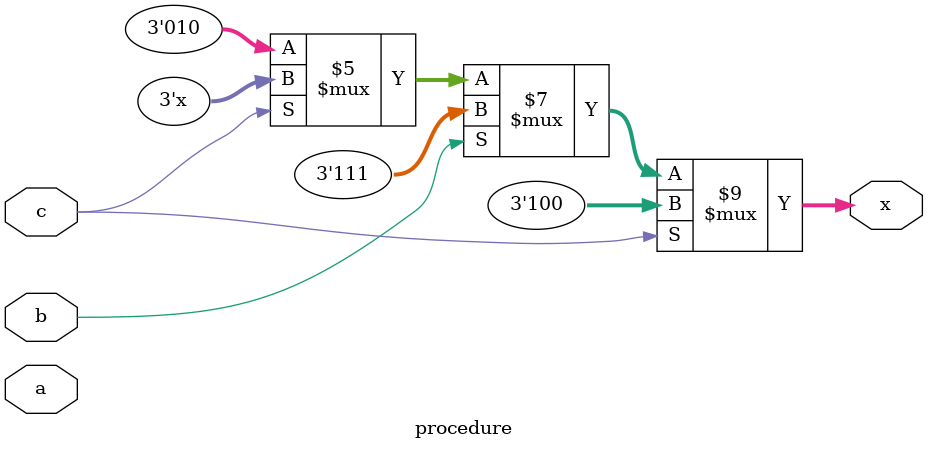
<source format=v>
`timescale 1ns / 1ps


module procedure(a,b,c,x);

input a,b,c; 
output reg [2:0] x;

    always @(c) begin
        
        if(c==0) begin
            x <= 3'b010;
        end
        if(b==1) begin
            x <= 3'b111;
        end
        if(c==1) begin
            x <= 3'b100;
        end        
        
         
        
    end


endmodule

</source>
